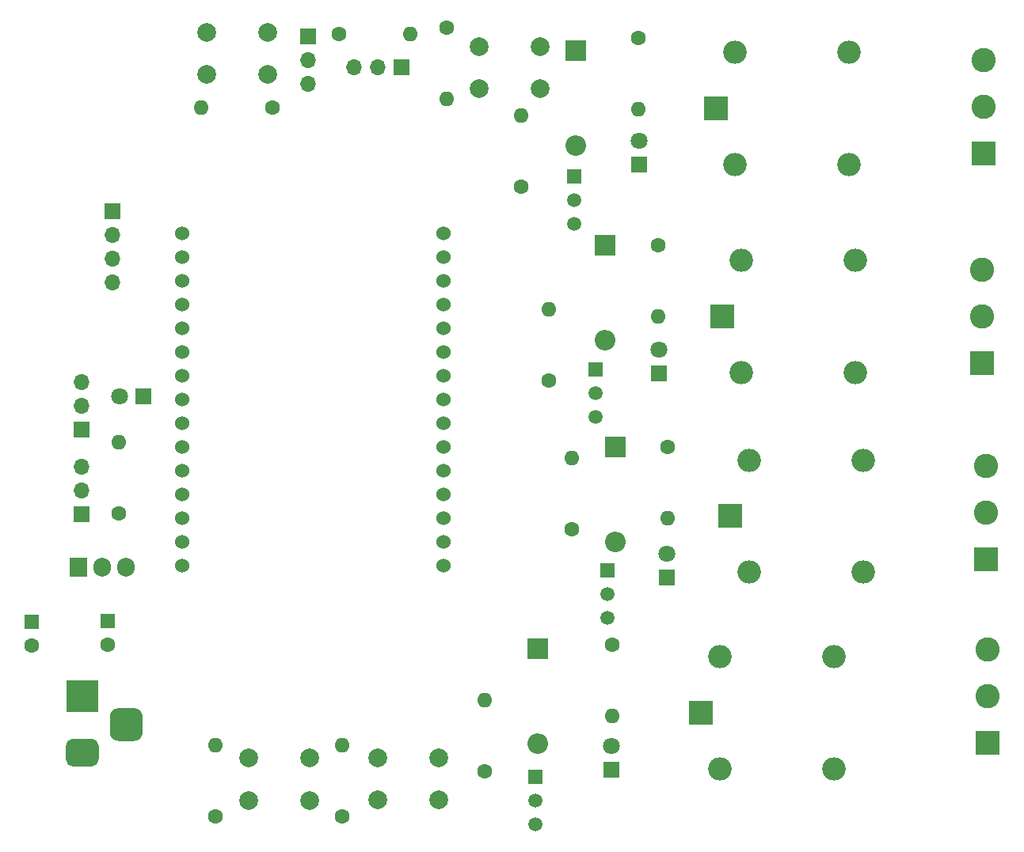
<source format=gbr>
%TF.GenerationSoftware,KiCad,Pcbnew,(5.1.12)-1*%
%TF.CreationDate,2022-02-04T12:41:24+05:30*%
%TF.ProjectId,greenhosue,67726565-6e68-46f7-9375-652e6b696361,rev?*%
%TF.SameCoordinates,Original*%
%TF.FileFunction,Soldermask,Top*%
%TF.FilePolarity,Negative*%
%FSLAX46Y46*%
G04 Gerber Fmt 4.6, Leading zero omitted, Abs format (unit mm)*
G04 Created by KiCad (PCBNEW (5.1.12)-1) date 2022-02-04 12:41:24*
%MOMM*%
%LPD*%
G01*
G04 APERTURE LIST*
%ADD10O,1.600000X1.600000*%
%ADD11C,1.600000*%
%ADD12C,1.524000*%
%ADD13C,2.000000*%
%ADD14R,1.500000X1.500000*%
%ADD15C,1.500000*%
%ADD16O,1.905000X2.000000*%
%ADD17R,1.905000X2.000000*%
%ADD18O,1.700000X1.700000*%
%ADD19R,1.700000X1.700000*%
%ADD20C,2.600000*%
%ADD21R,2.600000X2.600000*%
%ADD22R,3.500000X3.500000*%
%ADD23C,1.800000*%
%ADD24R,1.800000X1.800000*%
%ADD25R,1.600000X1.600000*%
%ADD26O,2.500000X2.500000*%
%ADD27R,2.500000X2.500000*%
%ADD28O,2.200000X2.200000*%
%ADD29R,2.200000X2.200000*%
G04 APERTURE END LIST*
D10*
%TO.C,R4*%
X104673400Y-37084000D03*
D11*
X104673400Y-29464000D03*
%TD*%
D12*
%TO.C,U1*%
X104343200Y-51536600D03*
X104343200Y-54076600D03*
X104343200Y-56616600D03*
X104343200Y-59156600D03*
X104343200Y-61696600D03*
X104343200Y-64236600D03*
X104343200Y-66776600D03*
X104343200Y-69316600D03*
X104343200Y-71856600D03*
X104343200Y-74396600D03*
X104343200Y-76936600D03*
X104343200Y-79476600D03*
X104343200Y-82016600D03*
X104343200Y-84556600D03*
X104343200Y-87096600D03*
X76403200Y-87096600D03*
X76403200Y-84556600D03*
X76403200Y-82016600D03*
X76403200Y-79476600D03*
X76403200Y-76936600D03*
X76403200Y-74396600D03*
X76403200Y-71856600D03*
X76403200Y-69316600D03*
X76403200Y-66776600D03*
X76403200Y-64236600D03*
X76403200Y-61696600D03*
X76403200Y-59156600D03*
X76403200Y-56616600D03*
X76403200Y-54076600D03*
X76403200Y-51536600D03*
%TD*%
D13*
%TO.C,SW1*%
X108130200Y-36017200D03*
X108130200Y-31517200D03*
X114630200Y-36017200D03*
X114630200Y-31517200D03*
%TD*%
D14*
%TO.C,Q4*%
X120624600Y-66065400D03*
D15*
X120624600Y-71145400D03*
X120624600Y-68605400D03*
%TD*%
D14*
%TO.C,Q3*%
X118262400Y-45415200D03*
D15*
X118262400Y-50495200D03*
X118262400Y-47955200D03*
%TD*%
D14*
%TO.C,Q2*%
X121869200Y-87604600D03*
D15*
X121869200Y-92684600D03*
X121869200Y-90144600D03*
%TD*%
D14*
%TO.C,Q1*%
X114173000Y-109702600D03*
D15*
X114173000Y-114782600D03*
X114173000Y-112242600D03*
%TD*%
D16*
%TO.C,U2*%
X70408800Y-87223600D03*
X67868800Y-87223600D03*
D17*
X65328800Y-87223600D03*
%TD*%
D13*
%TO.C,SW4*%
X103784400Y-107594400D03*
X103784400Y-112094400D03*
X97284400Y-107594400D03*
X97284400Y-112094400D03*
%TD*%
%TO.C,SW2*%
X79047200Y-34493200D03*
X79047200Y-29993200D03*
X85547200Y-34493200D03*
X85547200Y-29993200D03*
%TD*%
%TO.C,SW3*%
X90043000Y-107666400D03*
X90043000Y-112166400D03*
X83543000Y-107666400D03*
X83543000Y-112166400D03*
%TD*%
D10*
%TO.C,R14*%
X127304800Y-60350400D03*
D11*
X127304800Y-52730400D03*
%TD*%
D10*
%TO.C,R13*%
X125196600Y-38201600D03*
D11*
X125196600Y-30581600D03*
%TD*%
D10*
%TO.C,R12*%
X128270000Y-81940400D03*
D11*
X128270000Y-74320400D03*
%TD*%
D10*
%TO.C,R11*%
X115570000Y-59664600D03*
D11*
X115570000Y-67284600D03*
%TD*%
D10*
%TO.C,R10*%
X112623600Y-38862000D03*
D11*
X112623600Y-46482000D03*
%TD*%
D10*
%TO.C,R9*%
X118033800Y-75565000D03*
D11*
X118033800Y-83185000D03*
%TD*%
D10*
%TO.C,R8*%
X93472000Y-106273600D03*
D11*
X93472000Y-113893600D03*
%TD*%
D10*
%TO.C,R7*%
X78460600Y-37998400D03*
D11*
X86080600Y-37998400D03*
%TD*%
D10*
%TO.C,R6*%
X122351800Y-103174800D03*
D11*
X122351800Y-95554800D03*
%TD*%
D10*
%TO.C,R5*%
X79984600Y-106273600D03*
D11*
X79984600Y-113893600D03*
%TD*%
D10*
%TO.C,R3*%
X108712000Y-101473000D03*
D11*
X108712000Y-109093000D03*
%TD*%
D10*
%TO.C,R2*%
X100812600Y-30124400D03*
D11*
X93192600Y-30124400D03*
%TD*%
D10*
%TO.C,R1*%
X69646800Y-73812400D03*
D11*
X69646800Y-81432400D03*
%TD*%
D18*
%TO.C,J10*%
X65608200Y-67411600D03*
X65608200Y-69951600D03*
D19*
X65608200Y-72491600D03*
%TD*%
D18*
%TO.C,J9*%
X65608200Y-76504800D03*
X65608200Y-79044800D03*
D19*
X65608200Y-81584800D03*
%TD*%
D20*
%TO.C,J8*%
X161925000Y-55405000D03*
X161925000Y-60405000D03*
D21*
X161925000Y-65405000D03*
%TD*%
D20*
%TO.C,J7*%
X162077400Y-32976800D03*
X162077400Y-37976800D03*
D21*
X162077400Y-42976800D03*
%TD*%
D20*
%TO.C,J6*%
X162356800Y-76410800D03*
X162356800Y-81410800D03*
D21*
X162356800Y-86410800D03*
%TD*%
D20*
%TO.C,J5*%
X162483800Y-96019600D03*
X162483800Y-101019600D03*
D21*
X162483800Y-106019600D03*
%TD*%
D18*
%TO.C,J4*%
X89814400Y-35534600D03*
X89814400Y-32994600D03*
D19*
X89814400Y-30454600D03*
%TD*%
D18*
%TO.C,J3*%
X94792800Y-33756600D03*
X97332800Y-33756600D03*
D19*
X99872800Y-33756600D03*
%TD*%
%TO.C,J2*%
G36*
G01*
X71284800Y-105816600D02*
X69534800Y-105816600D01*
G75*
G02*
X68659800Y-104941600I0J875000D01*
G01*
X68659800Y-103191600D01*
G75*
G02*
X69534800Y-102316600I875000J0D01*
G01*
X71284800Y-102316600D01*
G75*
G02*
X72159800Y-103191600I0J-875000D01*
G01*
X72159800Y-104941600D01*
G75*
G02*
X71284800Y-105816600I-875000J0D01*
G01*
G37*
G36*
G01*
X66709800Y-108566600D02*
X64709800Y-108566600D01*
G75*
G02*
X63959800Y-107816600I0J750000D01*
G01*
X63959800Y-106316600D01*
G75*
G02*
X64709800Y-105566600I750000J0D01*
G01*
X66709800Y-105566600D01*
G75*
G02*
X67459800Y-106316600I0J-750000D01*
G01*
X67459800Y-107816600D01*
G75*
G02*
X66709800Y-108566600I-750000J0D01*
G01*
G37*
D22*
X65709800Y-101066600D03*
%TD*%
D23*
%TO.C,D9*%
X127355600Y-63931800D03*
D24*
X127355600Y-66471800D03*
%TD*%
D23*
%TO.C,D8*%
X125222000Y-41605200D03*
D24*
X125222000Y-44145200D03*
%TD*%
D23*
%TO.C,D7*%
X128193800Y-85775800D03*
D24*
X128193800Y-88315800D03*
%TD*%
D23*
%TO.C,D3*%
X122301000Y-106349800D03*
D24*
X122301000Y-108889800D03*
%TD*%
D23*
%TO.C,D1*%
X69697600Y-68935600D03*
D24*
X72237600Y-68935600D03*
%TD*%
D11*
%TO.C,C2*%
X68427600Y-95489400D03*
D25*
X68427600Y-92989400D03*
%TD*%
D11*
%TO.C,C1*%
X60325000Y-95591000D03*
D25*
X60325000Y-93091000D03*
%TD*%
D26*
%TO.C,K4*%
X136137400Y-54375800D03*
X148337400Y-54375800D03*
X148337400Y-66375800D03*
X136137400Y-66375800D03*
D27*
X134137400Y-60375800D03*
%TD*%
D26*
%TO.C,K3*%
X135451600Y-32100000D03*
X147651600Y-32100000D03*
X147651600Y-44100000D03*
X135451600Y-44100000D03*
D27*
X133451600Y-38100000D03*
%TD*%
D26*
%TO.C,K2*%
X137001000Y-75762600D03*
X149201000Y-75762600D03*
X149201000Y-87762600D03*
X137001000Y-87762600D03*
D27*
X135001000Y-81762600D03*
%TD*%
D26*
%TO.C,K1*%
X133876800Y-96819200D03*
X146076800Y-96819200D03*
X146076800Y-108819200D03*
X133876800Y-108819200D03*
D27*
X131876800Y-102819200D03*
%TD*%
D18*
%TO.C,J1*%
X68910200Y-56769000D03*
X68910200Y-54229000D03*
X68910200Y-51689000D03*
D19*
X68910200Y-49149000D03*
%TD*%
D28*
%TO.C,D6*%
X121564400Y-62890400D03*
D29*
X121564400Y-52730400D03*
%TD*%
D28*
%TO.C,D5*%
X118491000Y-42113200D03*
D29*
X118491000Y-31953200D03*
%TD*%
D28*
%TO.C,D4*%
X122732800Y-84505800D03*
D29*
X122732800Y-74345800D03*
%TD*%
D28*
%TO.C,D2*%
X114376200Y-106121200D03*
D29*
X114376200Y-95961200D03*
%TD*%
M02*

</source>
